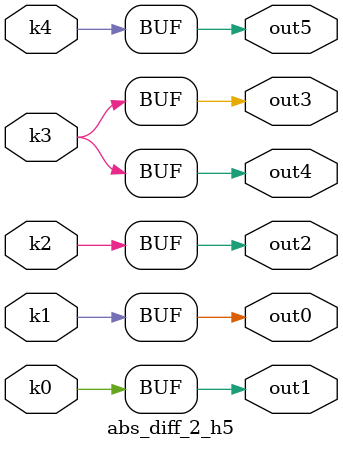
<source format=v>
module abs_diff_2(pi0, pi1, pi2, pi3, pi4, pi5, pi6, po0, po1, po2, po3, po4, po5);
input pi0, pi1, pi2, pi3, pi4, pi5, pi6;
output po0, po1, po2, po3, po4, po5;
wire k0, k1, k2, k3, k4;
abs_diff_2_w5 DUT1 (pi0, pi1, pi2, pi3, pi4, pi5, pi6, k0, k1, k2, k3, k4);
abs_diff_2_h5 DUT2 (k0, k1, k2, k3, k4, po0, po1, po2, po3, po4, po5);
endmodule

module abs_diff_2_w5(in6, in5, in4, in3, in2, in1, in0, k4, k3, k2, k1, k0);
input in6, in5, in4, in3, in2, in1, in0;
output k4, k3, k2, k1, k0;
assign k0 =   (~in4 | in1) & (in4 | ~in1) & (~in5 | in2) & (in5 | ~in2) & (~in6 | in3) & (in6 | ~in3);
assign k1 =   (((~in5 & (in2 | (~in6 & in3))) | (~in6 & in2 & in3)) & (~in4 | in1)) | (~in4 & in1);
assign k2 =   (~in0 | (((~in5 & in2) | (in4 ? (in1 | (~in6 & in3)) : ~in1)) & (in5 | ~in2 | (in4 ^ in1)) & (~in5 | in2 | ~in4 | in1))) & (in0 | ((~in6 | in3 | (in4 & ~in1)) & (~in5 | in2 | (in4 ^ in1)) & ((in5 & ~in2) | (in4 ? (in1 | (in6 & ~in3)) : ~in1)) & (in6 | ~in3 | ~in1) & (in5 | ~in2 | ~in4 | in1))) & (in6 | ~in3 | (in5 & ~in2) | (in4 & ~in1)) & (in4 | ~in1 | ~in6 | in3);
assign k3 =   ((~in6 ^ in3) & (~in5 ^ in2)) | ((in4 | ~in1) & ((in5 & ((~in6 & ~in2 & in3) | (in2 & ~in3))) | (in6 & ~in2 & ~in3))) | (in4 & ~in1 & (in6 ^ in3));
assign k4 =   in3 ^ ~in6;
endmodule

module abs_diff_2_h5(k4, k3, k2, k1, k0, out5, out4, out3, out2, out1, out0);
input k4, k3, k2, k1, k0;
output out5, out4, out3, out2, out1, out0;
assign out0 = k1;
assign out1 = k0;
assign out2 = k2;
assign out3 = k3;
assign out4 = k3;
assign out5 = k4;
endmodule

</source>
